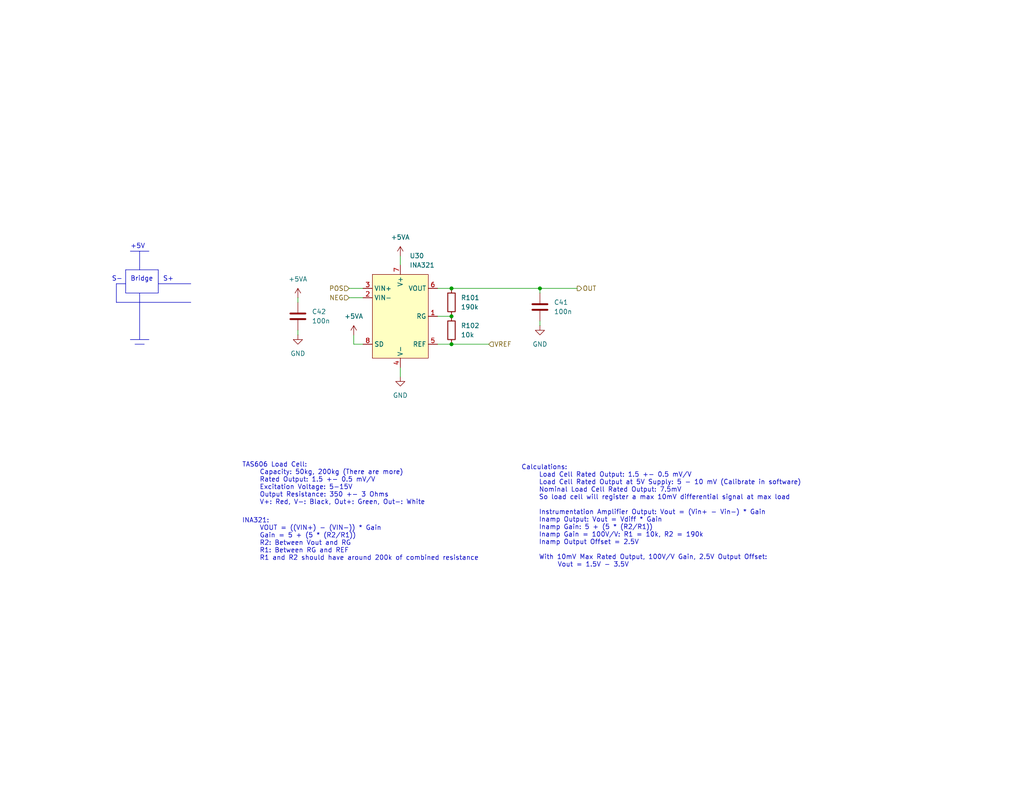
<source format=kicad_sch>
(kicad_sch (version 20231120) (generator "eeschema") (generator_version "8.0")
  (paper "A")
  (title_block (title "Unify") (date "2025-02-26") (rev "1") (company "Rocket Propulsion Group, UNL") (comment 1 "Jack Shaver"))
  (lib_symbols
    (symbol "Device:C" (pin_numbers hide) (pin_names (offset 0.254))
      (property "Reference" "C" (at 0.635 2.54 0))
      (property "Value" "C" (at 0.635 -2.54 0))
      (symbol "C_0_1"
        (polyline (pts (xy -2.032 -0.762) (xy 2.032 -0.762)) (stroke (width 0.508)))
        (polyline (pts (xy -2.032 0.762) (xy 2.032 0.762)) (stroke (width 0.508)))
      )
      (symbol "C_1_1"
        (pin passive line (at 0 3.81 270) (length 2.794) (name "~") (number "1"))
        (pin passive line (at 0 -3.81 90) (length 2.794) (name "~") (number "2"))
      )
    )
    (symbol "Device:R" (pin_numbers hide) (pin_names (offset 0))
      (property "Reference" "R" (at 2.032 0 90))
      (property "Value" "R" (at 0 0 90))
      (symbol "R_0_1"
        (rectangle (start -1.016 -2.54) (end 1.016 2.54) (stroke (width 0.254)))
      )
      (symbol "R_1_1"
        (pin passive line (at 0 3.81 270) (length 1.27) (name "~") (number "1"))
        (pin passive line (at 0 -3.81 90) (length 1.27) (name "~") (number "2"))
      )
    )
    (symbol "INA321_1"
      (property "Reference" "U" (at 4.826 9.398 0))
      (property "Value" "INA321" (at 6.604 6.604 0))
      (symbol "INA321_1_0_0"
        (pin unspecified line (at 10.16 -6.35 180) (length 2.54) (name "RG") (number "1"))
        (pin unspecified line (at -10.16 -1.27 0) (length 2.54) (name "VIN-") (number "2"))
        (pin unspecified line (at -10.16 1.27 0) (length 2.54) (name "VIN+") (number "3"))
        (pin unspecified line (at 0 -20.32 90) (length 2.54) (name "V-") (number "4"))
        (pin unspecified line (at 10.16 -13.97 180) (length 2.54) (name "REF") (number "5"))
        (pin unspecified line (at 10.16 1.27 180) (length 2.54) (name "VOUT") (number "6"))
        (pin unspecified line (at 0 7.62 270) (length 2.54) (name "V+") (number "7"))
        (pin unspecified line (at -10.16 -13.97 0) (length 2.54) (name "SD") (number "8"))
      )
      (symbol "INA321_1_1_1"
        (rectangle (start -7.62 5.08) (end 7.62 -17.78) (fill (type background)))
      )
    )
    (symbol "power:+5VA" (power) (pin_numbers hide) (pin_names (offset 0) hide)
      (property "Value" "+5VA" (at 0 3.556 0))
      (symbol "+5VA_0_1"
        (polyline (pts (xy -0.762 1.27) (xy 0 2.54)))
        (polyline (pts (xy 0 0) (xy 0 2.54)))
        (polyline (pts (xy 0 2.54) (xy 0.762 1.27)))
      )
      (symbol "+5VA_1_1"
        (pin power_in line (at 0 0 90) (length 0) (name "~") (number "1"))
      )
    )
    (symbol "power:GND" (power) (pin_numbers hide) (pin_names (offset 0) hide)
      (property "Value" "GND" (at 0 -3.81 0))
      (symbol "GND_0_1"
        (polyline (pts (xy 0 0) (xy 0 -1.27) (xy 1.27 -1.27) (xy 0 -2.54) (xy -1.27 -1.27) (xy 0 -1.27)))
      )
      (symbol "GND_1_1"
        (pin power_in line (at 0 0 270) (length 0) (name "~") (number "1"))
      )
    )
  )
  (junction (at 123.19 93.98))
  (junction (at 147.32 78.74))
  (junction (at 123.19 78.74))
  (junction (at 123.19 86.36))
  (polyline (pts (xy 38.1 68.58) (xy 38.1 73.66)))
  (wire (pts (xy 123.19 78.74) (xy 147.32 78.74)))
  (wire (pts (xy 96.52 91.44) (xy 96.52 93.98)))
  (polyline (pts (xy 43.18 77.47) (xy 52.07 77.47)))
  (polyline (pts (xy 34.29 80.01) (xy 43.18 80.01)))
  (polyline (pts (xy 35.56 68.58) (xy 40.64 68.58)))
  (wire (pts (xy 147.32 78.74) (xy 157.48 78.74)))
  (polyline (pts (xy 35.56 92.71) (xy 40.64 92.71)))
  (wire (pts (xy 109.22 69.85) (xy 109.22 72.39)))
  (wire (pts (xy 147.32 88.9) (xy 147.32 87.63)))
  (wire (pts (xy 123.19 93.98) (xy 133.35 93.98)))
  (polyline (pts (xy 34.29 73.66) (xy 34.29 80.01)))
  (wire (pts (xy 119.38 86.36) (xy 123.19 86.36)))
  (wire (pts (xy 95.25 78.74) (xy 99.06 78.74)))
  (wire (pts (xy 147.32 78.74) (xy 147.32 80.01)))
  (polyline (pts (xy 38.1 80.01) (xy 38.1 92.71)))
  (polyline (pts (xy 34.29 73.66) (xy 43.18 73.66)))
  (wire (pts (xy 119.38 78.74) (xy 123.19 78.74)))
  (polyline (pts (xy 36.83 93.98) (xy 39.37 93.98)))
  (wire (pts (xy 81.28 81.28) (xy 81.28 82.55)))
  (polyline (pts (xy 43.18 73.66) (xy 43.18 80.01)))
  (wire (pts (xy 95.25 81.28) (xy 99.06 81.28)))
  (polyline (pts (xy 31.75 77.47) (xy 31.75 82.55)))
  (wire (pts (xy 109.22 100.33) (xy 109.22 102.87)))
  (polyline (pts (xy 34.29 77.47) (xy 31.75 77.47)))
  (wire (pts (xy 81.28 90.17) (xy 81.28 91.44)))
  (polyline (pts (xy 31.75 82.55) (xy 52.07 82.55)))
  (wire (pts (xy 119.38 93.98) (xy 123.19 93.98)))
  (wire (pts (xy 96.52 93.98) (xy 99.06 93.98)))
  (text "Calculations:\n	Load Cell Rated Output: 1.5 +- 0.5 mV/V\n	Load Cell Rated Output at 5V Supply: 5 - 10 mV (Calibrate in software)\n	Nominal Load Cell Rated Output: 7.5mV \n	So load cell will register a max 10mV differential signal at max load\n\n	Instrumentation Amplifier Output: Vout = (Vin+ - Vin-) * Gain\n	Inamp Output: Vout = Vdiff * Gain\n	Inamp Gain: 5 + (5 * (R2/R1))\n	Inamp Gain = 100V/V: R1 = 10k, R2 = 190k\n	Inamp Output Offset = 2.5V\n	\n	With 10mV Max Rated Output, 100V/V Gain, 2.5V Output Offset:\n		Vout = 1.5V - 3.5V\n" (at 142.24 140.97 0) (effects (font (size 1.27 1.27)) (justify left)))
  (text "S-" (at 30.48 76.2 0) (effects (font (size 1.27 1.27)) (justify left)))
  (text "S+" (at 44.45 76.2 0) (effects (font (size 1.27 1.27)) (justify left)))
  (text "+5V" (at 35.56 67.31 0) (effects (font (size 1.27 1.27)) (justify left)))
  (text "Bridge" (at 35.56 76.2 0) (effects (font (size 1.27 1.27)) (justify left)))
  (text "TAS606 Load Cell:\n	Capacity: 50kg, 200kg (There are more)\n	Rated Output: 1.5 +- 0.5 mV/V\n	Excitation Voltage: 5-15V\n	Output Resistance: 350 +- 3 Ohms\n	V+: Red, V-: Black, Out+: Green, Out-: White" (at 66.04 132.08 0) (effects (font (size 1.27 1.27)) (justify left)))
  (text "INA321:\n	VOUT = ((VIN+) - (VIN-)) * Gain\n	Gain = 5 + (5 * (R2/R1))\n	R2: Between Vout and RG\n	R1: Between RG and REF\n	R1 and R2 should have around 200k of combined resistance" (at 66.04 147.32 0) (effects (font (size 1.27 1.27)) (justify left)))
  (hierarchical_label "NEG" (shape input) (at 95.25 81.28 180))
  (hierarchical_label "VREF" (shape input) (at 133.35 93.98 0))
  (hierarchical_label "POS" (shape input) (at 95.25 78.74 180))
  (hierarchical_label "OUT" (shape output) (at 157.48 78.74 0))
  (symbol (lib_id "power:GND") (at 81.28 91.44 0) (unit 1)
    (property "Reference" "#PWR0175" (effects (hide yes)))
    (property "Value" "GND" (at 81.28 96.52 0))
    (property "Description" "Power symbol creates a global label with name \"GND\" , ground" (effects (hide yes)))
    (instances (project "Unify_1" (path "" (reference "#PWR0175") (unit 1)) (path "" (reference "#PWR0163") (unit 1)) (path "" (reference "#PWR0169") (unit 1))))
  )
  (symbol (lib_name "INA321_1") (lib_id "Unify:INA321") (at 109.22 80.01 0) (unit 1)
    (property "Reference" "U30" (at 111.76 69.85 0) (effects (justify left)))
    (property "Value" "INA321" (at 111.76 72.39 0) (effects (justify left)))
    (property "Footprint" "Unify:INA321" (effects (hide yes)))
    (property "Description" "Instrumentation Amplifier" (effects (hide yes)))
    (instances (project "Unify_1" (path "" (reference "U30") (unit 1)) (path "" (reference "U28") (unit 1)) (path "" (reference "U29") (unit 1))))
  )
  (symbol (lib_id "power:GND") (at 147.32 88.9 0) (unit 1)
    (property "Reference" "#PWR0174" (effects (hide yes)))
    (property "Value" "GND" (at 147.32 93.98 0))
    (property "Description" "Power symbol creates a global label with name \"GND\" , ground" (effects (hide yes)))
    (instances (project "Unify_1" (path "" (reference "#PWR0174") (unit 1)) (path "" (reference "#PWR0162") (unit 1)) (path "" (reference "#PWR0168") (unit 1))))
  )
  (symbol (lib_id "power:+5VA") (at 81.28 81.28 0) (unit 1)
    (property "Reference" "#PWR0173" (effects (hide yes)))
    (property "Value" "+5VA" (at 81.28 76.2 0))
    (property "Description" "Power symbol creates a global label with name \"+5VA\"" (effects (hide yes)))
    (instances (project "Unify_1" (path "" (reference "#PWR0173") (unit 1)) (path "" (reference "#PWR0161") (unit 1)) (path "" (reference "#PWR0167") (unit 1))))
  )
  (symbol (lib_id "power:+5VA") (at 96.52 91.44 0) (unit 1)
    (property "Reference" "#PWR0176" (effects (hide yes)))
    (property "Value" "+5VA" (at 96.52 86.36 0))
    (property "Description" "Power symbol creates a global label with name \"+5VA\"" (effects (hide yes)))
    (instances (project "Unify_1" (path "" (reference "#PWR0176") (unit 1)) (path "" (reference "#PWR0164") (unit 1)) (path "" (reference "#PWR0170") (unit 1))))
  )
  (symbol (lib_id "Device:R") (at 123.19 82.55 0) (unit 1)
    (property "Reference" "R101" (at 125.73 81.2799 0) (effects (justify left)))
    (property "Value" "190k" (at 125.73 83.8199 0) (effects (justify left)))
    (property "Footprint" "Resistor_SMD:R_0603_1608Metric" (effects (hide yes)))
    (property "Description" "Resistor" (effects (hide yes)))
    (instances (project "Unify_1" (path "" (reference "R101") (unit 1)) (path "" (reference "R97") (unit 1)) (path "" (reference "R99") (unit 1))))
  )
  (symbol (lib_id "power:+5VA") (at 109.22 69.85 0) (unit 1)
    (property "Reference" "#PWR0172" (effects (hide yes)))
    (property "Value" "+5VA" (at 109.22 64.77 0))
    (property "Description" "Power symbol creates a global label with name \"+5VA\"" (effects (hide yes)))
    (instances (project "" (path "" (reference "#PWR0172") (unit 1)) (path "" (reference "#PWR0160") (unit 1)) (path "" (reference "#PWR0166") (unit 1))))
  )
  (symbol (lib_id "power:GND") (at 109.22 102.87 0) (unit 1)
    (property "Reference" "#PWR0177" (effects (hide yes)))
    (property "Value" "GND" (at 109.22 107.95 0))
    (property "Description" "Power symbol creates a global label with name \"GND\" , ground" (effects (hide yes)))
    (instances (project "Unify_1" (path "" (reference "#PWR0177") (unit 1)) (path "" (reference "#PWR0165") (unit 1)) (path "" (reference "#PWR0171") (unit 1))))
  )
  (symbol (lib_id "Device:C") (at 81.28 86.36 0) (unit 1)
    (property "Reference" "C42" (at 85.09 85.0899 0) (effects (justify left)))
    (property "Value" "100n" (at 85.09 87.6299 0) (effects (justify left)))
    (property "Footprint" "Capacitor_SMD:C_0603_1608Metric" (effects (hide yes)))
    (property "Description" "Unpolarized capacitor" (effects (hide yes)))
    (instances (project "Unify_1" (path "" (reference "C42") (unit 1)) (path "" (reference "C38") (unit 1)) (path "" (reference "C40") (unit 1))))
  )
  (symbol (lib_id "Device:C") (at 147.32 83.82 0) (unit 1)
    (property "Reference" "C41" (at 151.13 82.5499 0) (effects (justify left)))
    (property "Value" "100n" (at 151.13 85.0899 0) (effects (justify left)))
    (property "Footprint" "Capacitor_SMD:C_0603_1608Metric" (effects (hide yes)))
    (property "Description" "Unpolarized capacitor" (effects (hide yes)))
    (instances (project "Unify_1" (path "" (reference "C41") (unit 1)) (path "" (reference "C37") (unit 1)) (path "" (reference "C39") (unit 1))))
  )
  (symbol (lib_id "Device:R") (at 123.19 90.17 0) (unit 1)
    (property "Reference" "R102" (at 125.73 88.8999 0) (effects (justify left)))
    (property "Value" "10k" (at 125.73 91.4399 0) (effects (justify left)))
    (property "Footprint" "Resistor_SMD:R_0603_1608Metric" (effects (hide yes)))
    (property "Description" "Resistor" (effects (hide yes)))
    (instances (project "Unify_1" (path "" (reference "R102") (unit 1)) (path "" (reference "R98") (unit 1)) (path "" (reference "R100") (unit 1))))
  )
)
</source>
